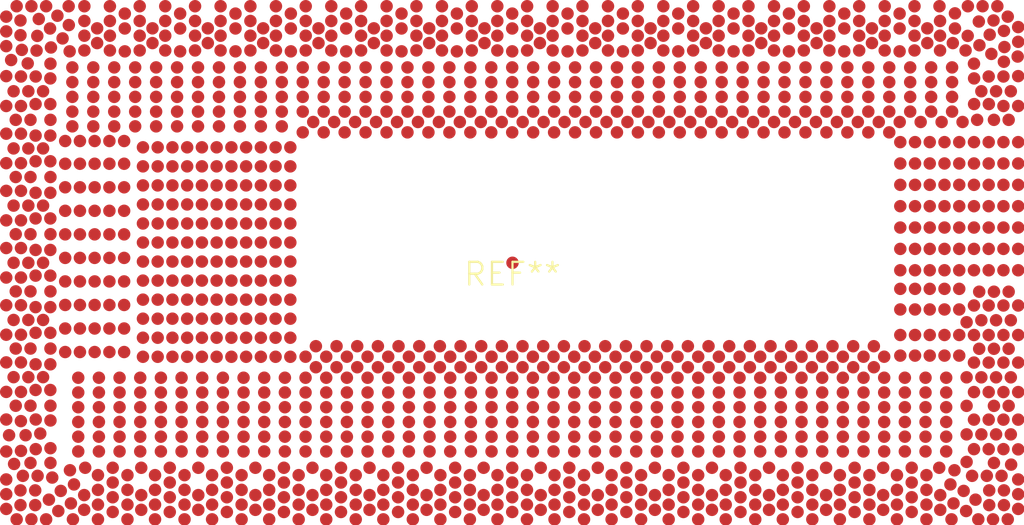
<source format=kicad_pcb>
(kicad_pcb (version 20240108) (generator "pcbnew") (generator_version "8.0")
  (layers (0 "F.Cu" signal) (31 "B.Cu" signal) (34 "B.Paste" user) (35 "F.Paste" user) (36 "B.SilkS" user "B.Silkscreen") (37 "F.SilkS" user "F.Silkscreen") (38 "B.Mask" user) (39 "F.Mask" user) (44 "Edge.Cuts" user))
  (net 0 "")
  (footprint "BGA1528:BGA1528" (layer "F.Cu") (at 124.714 81.026)
    (property "Reference" "REF**")
    (property "Value" "BGA1528")
  )
)
</source>
